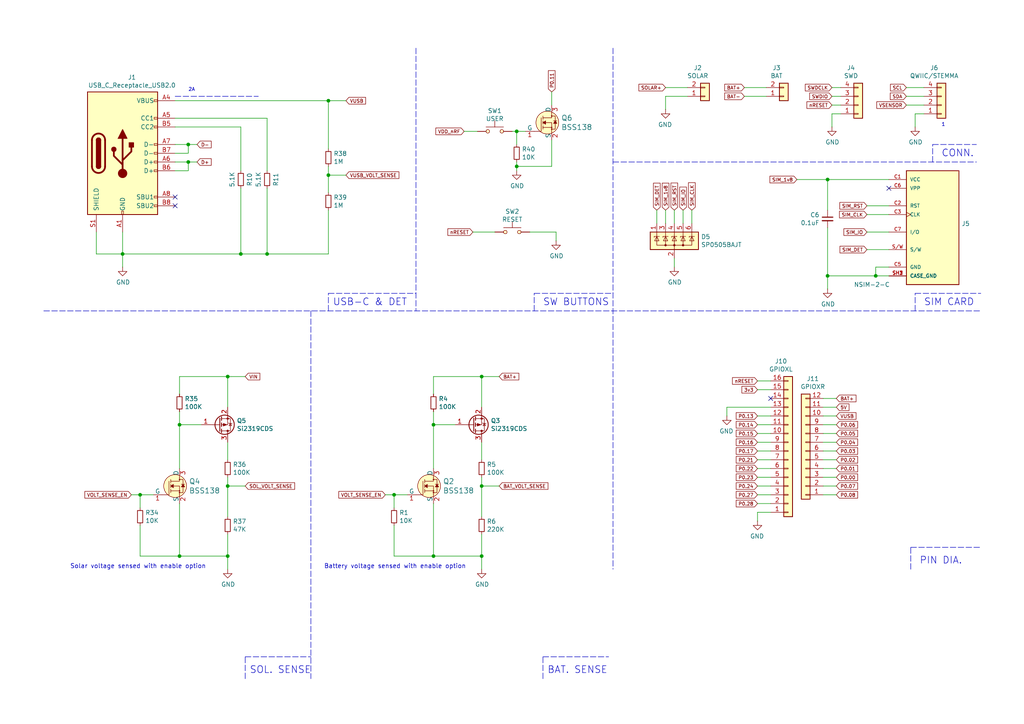
<source format=kicad_sch>
(kicad_sch (version 20250114) (generator "eeschema") (generator_version "9.0")
  (paper "A4")
  (title_block (date "2025-05-08"))
  (lib_symbols
    (symbol "Common:NSIM-2-C" (pin_names (offset 1.016))
      (property "Reference" "J" (at -7.62 16.002 0))
      (property "Value" "Common_NSIM-2-C" (at -7.62 -20.066 0))
      (symbol "NSIM-2-C_0_0"
        (rectangle (start -7.62 -17.78) (end 7.62 15.24) (stroke (width 0.254)) (fill (type background)))
        (pin power_in line (at -12.7 12.7 0) (length 5.08) (name "VCC") (number "C1"))
        (pin power_in line (at -12.7 10.16 0) (length 5.08) (name "VPP") (number "C6"))
        (pin input line (at -12.7 5.08 0) (length 5.08) (name "RST") (number "C2"))
        (pin input clock (at -12.7 2.54 0) (length 5.08) (name "CLK") (number "C3"))
        (pin bidirectional line (at -12.7 -2.54 0) (length 5.08) (name "I/O") (number "C7"))
        (pin passive line (at -12.7 -7.62 0) (length 5.08) (name "S/W") (number "S/W"))
        (pin power_in line (at -12.7 -12.7 0) (length 5.08) (name "GND") (number "C5"))
        (pin power_in line (at -12.7 -15.24 0) (length 5.08) (name "CASE_GND") (number "SH1"))
        (pin power_in line (at -12.7 -15.24 0) (length 5.08) (name "CASE_GND") (number "SH2"))
        (pin power_in line (at -12.7 -15.24 0) (length 5.08) (name "CASE_GND") (number "SH3"))
      )
    )
    (symbol "Common:SW_Push" (pin_numbers (hide yes)) (pin_names (offset 1.016) (hide yes))
      (property "Reference" "SW" (at 1.27 2.54 0))
      (property "Value" "Common_SW_Push" (at 0 -1.524 0))
      (symbol "SW_Push_0_1"
        (circle (center -2.032 0) (radius 0.508) (fill (type background)))
        (polyline (pts (xy 0 1.27) (xy 0 3.048)))
        (circle (center 2.032 0) (radius 0.508) (fill (type background)))
        (polyline (pts (xy 2.54 1.27) (xy -2.54 1.27)))
        (pin passive line (at -5.08 0 0) (length 2.54) (name "1") (number "1"))
        (pin passive line (at -5.08 0 0) (length 2.54) (name "2") (number "2"))
        (pin passive line (at 5.08 0 180) (length 2.54) (name "3") (number "3"))
        (pin passive line (at 5.08 0 180) (length 2.54) (name "4") (number "4"))
      )
    )
    (symbol "Connector:USB_C_Receptacle_USB2.0" (pin_names (offset 1.016))
      (property "Reference" "J" (at -10.16 19.05 0))
      (property "Value" "Connector_USB_C_Receptacle_USB2.0" (at 19.05 19.05 0))
      (symbol "USB_C_Receptacle_USB2.0_0_0"
        (rectangle (start -0.254 -17.78) (end 0.254 -16.764))
        (rectangle (start 10.16 15.494) (end 9.144 14.986))
        (rectangle (start 10.16 10.414) (end 9.144 9.906))
        (rectangle (start 10.16 7.874) (end 9.144 7.366))
        (rectangle (start 10.16 2.794) (end 9.144 2.286))
        (rectangle (start 10.16 0.254) (end 9.144 -0.254))
        (rectangle (start 10.16 -2.286) (end 9.144 -2.794))
        (rectangle (start 10.16 -4.826) (end 9.144 -5.334))
        (rectangle (start 10.16 -12.446) (end 9.144 -12.954))
        (rectangle (start 10.16 -14.986) (end 9.144 -15.494))
      )
      (symbol "USB_C_Receptacle_USB2.0_0_1"
        (rectangle (start -10.16 17.78) (end 10.16 -17.78) (stroke (width 0.254)) (fill (type background)))
        (polyline (pts (xy -8.89 -3.81) (xy -8.89 3.81)) (stroke (width 0.508)))
        (rectangle (start -7.62 -3.81) (end -6.35 3.81) (stroke (width 0.254)) (fill (type outline)))
        (arc (start -8.89 3.81) (mid -6.985 5.715) (end -5.08 3.81) (stroke (width 0.508)))
        (arc (start -7.62 3.81) (mid -6.985 4.445) (end -6.35 3.81) (stroke (width 0.254)))
        (arc (start -7.62 3.81) (mid -6.985 4.445) (end -6.35 3.81) (stroke (width 0.254)) (fill (type outline)))
        (arc (start -6.35 -3.81) (mid -6.985 -4.445) (end -7.62 -3.81) (stroke (width 0.254)))
        (arc (start -6.35 -3.81) (mid -6.985 -4.445) (end -7.62 -3.81) (stroke (width 0.254)) (fill (type outline)))
        (arc (start -5.08 -3.81) (mid -6.985 -5.715) (end -8.89 -3.81) (stroke (width 0.508)))
        (polyline (pts (xy -5.08 3.81) (xy -5.08 -3.81)) (stroke (width 0.508)))
        (circle (center -2.54 1.143) (radius 0.635) (stroke (width 0.254)) (fill (type outline)))
        (polyline (pts (xy -1.27 4.318) (xy 0 6.858) (xy 1.27 4.318) (xy -1.27 4.318)) (stroke (width 0.254)) (fill (type outline)))
        (polyline (pts (xy 0 -2.032) (xy 2.54 0.508) (xy 2.54 1.778)) (stroke (width 0.508)))
        (polyline (pts (xy 0 -3.302) (xy -2.54 -0.762) (xy -2.54 0.508)) (stroke (width 0.508)))
        (polyline (pts (xy 0 -5.842) (xy 0 4.318)) (stroke (width 0.508)))
        (circle (center 0 -5.842) (radius 1.27) (fill (type outline)))
        (rectangle (start 1.905 1.778) (end 3.175 3.048) (stroke (width 0.254)) (fill (type outline)))
      )
      (symbol "USB_C_Receptacle_USB2.0_1_1"
        (pin passive line (at -7.62 -22.86 90) (length 5.08) (name "SHIELD") (number "S1"))
        (pin passive line (at 0 -22.86 90) (length 5.08) (name "GND") (number "A1"))
        (pin passive line (at 0 -22.86 90) (length 5.08) (hide yes) (name "GND") (number "A12"))
        (pin passive line (at 0 -22.86 90) (length 5.08) (hide yes) (name "GND") (number "B1"))
        (pin passive line (at 0 -22.86 90) (length 5.08) (hide yes) (name "GND") (number "B12"))
        (pin passive line (at 15.24 15.24 180) (length 5.08) (name "VBUS") (number "A4"))
        (pin passive line (at 15.24 15.24 180) (length 5.08) (hide yes) (name "VBUS") (number "A9"))
        (pin passive line (at 15.24 15.24 180) (length 5.08) (hide yes) (name "VBUS") (number "B4"))
        (pin passive line (at 15.24 15.24 180) (length 5.08) (hide yes) (name "VBUS") (number "B9"))
        (pin bidirectional line (at 15.24 10.16 180) (length 5.08) (name "CC1") (number "A5"))
        (pin bidirectional line (at 15.24 7.62 180) (length 5.08) (name "CC2") (number "B5"))
        (pin bidirectional line (at 15.24 2.54 180) (length 5.08) (name "D-") (number "A7"))
        (pin bidirectional line (at 15.24 0 180) (length 5.08) (name "D-") (number "B7"))
        (pin bidirectional line (at 15.24 -2.54 180) (length 5.08) (name "D+") (number "A6"))
        (pin bidirectional line (at 15.24 -5.08 180) (length 5.08) (name "D+") (number "B6"))
        (pin bidirectional line (at 15.24 -12.7 180) (length 5.08) (name "SBU1") (number "A8"))
        (pin bidirectional line (at 15.24 -15.24 180) (length 5.08) (name "SBU2") (number "B8"))
      )
    )
    (symbol "Connector_Generic:Conn_01x02" (pin_names (offset 1.016) (hide yes))
      (property "Reference" "J" (at 0 2.54 0))
      (property "Value" "Conn_01x02" (at 0 -5.08 0))
      (symbol "Conn_01x02_1_1"
        (rectangle (start -1.27 1.27) (end 1.27 -3.81) (stroke (width 0.254)) (fill (type background)))
        (rectangle (start -1.27 0.127) (end 0 -0.127) (stroke (width 0.1524)))
        (rectangle (start -1.27 -2.413) (end 0 -2.667) (stroke (width 0.1524)))
        (pin passive line (at -5.08 0 0) (length 3.81) (name "Pin_1") (number "1"))
        (pin passive line (at -5.08 -2.54 0) (length 3.81) (name "Pin_2") (number "2"))
      )
    )
    (symbol "Connector_Generic:Conn_01x04" (pin_names (offset 1.016) (hide yes))
      (property "Reference" "J" (at 0 5.08 0))
      (property "Value" "Conn_01x04" (at 0 -7.62 0))
      (symbol "Conn_01x04_1_1"
        (rectangle (start -1.27 3.81) (end 1.27 -6.35) (stroke (width 0.254)) (fill (type background)))
        (rectangle (start -1.27 2.667) (end 0 2.413) (stroke (width 0.1524)))
        (rectangle (start -1.27 0.127) (end 0 -0.127) (stroke (width 0.1524)))
        (rectangle (start -1.27 -2.413) (end 0 -2.667) (stroke (width 0.1524)))
        (rectangle (start -1.27 -4.953) (end 0 -5.207) (stroke (width 0.1524)))
        (pin passive line (at -5.08 2.54 0) (length 3.81) (name "Pin_1") (number "1"))
        (pin passive line (at -5.08 0 0) (length 3.81) (name "Pin_2") (number "2"))
        (pin passive line (at -5.08 -2.54 0) (length 3.81) (name "Pin_3") (number "3"))
        (pin passive line (at -5.08 -5.08 0) (length 3.81) (name "Pin_4") (number "4"))
      )
    )
    (symbol "Connector_Generic:Conn_01x12" (pin_names (offset 1.016) (hide yes))
      (property "Reference" "J" (at 0 15.24 0))
      (property "Value" "Conn_01x12" (at 0 -17.78 0))
      (symbol "Conn_01x12_1_1"
        (rectangle (start -1.27 13.97) (end 1.27 -16.51) (stroke (width 0.254)) (fill (type background)))
        (rectangle (start -1.27 12.827) (end 0 12.573) (stroke (width 0.1524)))
        (rectangle (start -1.27 10.287) (end 0 10.033) (stroke (width 0.1524)))
        (rectangle (start -1.27 7.747) (end 0 7.493) (stroke (width 0.1524)))
        (rectangle (start -1.27 5.207) (end 0 4.953) (stroke (width 0.1524)))
        (rectangle (start -1.27 2.667) (end 0 2.413) (stroke (width 0.1524)))
        (rectangle (start -1.27 0.127) (end 0 -0.127) (stroke (width 0.1524)))
        (rectangle (start -1.27 -2.413) (end 0 -2.667) (stroke (width 0.1524)))
        (rectangle (start -1.27 -4.953) (end 0 -5.207) (stroke (width 0.1524)))
        (rectangle (start -1.27 -7.493) (end 0 -7.747) (stroke (width 0.1524)))
        (rectangle (start -1.27 -10.033) (end 0 -10.287) (stroke (width 0.1524)))
        (rectangle (start -1.27 -12.573) (end 0 -12.827) (stroke (width 0.1524)))
        (rectangle (start -1.27 -15.113) (end 0 -15.367) (stroke (width 0.1524)))
        (pin passive line (at -5.08 12.7 0) (length 3.81) (name "Pin_1") (number "1"))
        (pin passive line (at -5.08 10.16 0) (length 3.81) (name "Pin_2") (number "2"))
        (pin passive line (at -5.08 7.62 0) (length 3.81) (name "Pin_3") (number "3"))
        (pin passive line (at -5.08 5.08 0) (length 3.81) (name "Pin_4") (number "4"))
        (pin passive line (at -5.08 2.54 0) (length 3.81) (name "Pin_5") (number "5"))
        (pin passive line (at -5.08 0 0) (length 3.81) (name "Pin_6") (number "6"))
        (pin passive line (at -5.08 -2.54 0) (length 3.81) (name "Pin_7") (number "7"))
        (pin passive line (at -5.08 -5.08 0) (length 3.81) (name "Pin_8") (number "8"))
        (pin passive line (at -5.08 -7.62 0) (length 3.81) (name "Pin_9") (number "9"))
        (pin passive line (at -5.08 -10.16 0) (length 3.81) (name "Pin_10") (number "10"))
        (pin passive line (at -5.08 -12.7 0) (length 3.81) (name "Pin_11") (number "11"))
        (pin passive line (at -5.08 -15.24 0) (length 3.81) (name "Pin_12") (number "12"))
      )
    )
    (symbol "Connector_Generic:Conn_01x16" (pin_names (offset 1.016) (hide yes))
      (property "Reference" "J" (at 0 20.32 0))
      (property "Value" "Conn_01x16" (at 0 -22.86 0))
      (symbol "Conn_01x16_1_1"
        (rectangle (start -1.27 19.05) (end 1.27 -21.59) (stroke (width 0.254)) (fill (type background)))
        (rectangle (start -1.27 17.907) (end 0 17.653) (stroke (width 0.1524)))
        (rectangle (start -1.27 15.367) (end 0 15.113) (stroke (width 0.1524)))
        (rectangle (start -1.27 12.827) (end 0 12.573) (stroke (width 0.1524)))
        (rectangle (start -1.27 10.287) (end 0 10.033) (stroke (width 0.1524)))
        (rectangle (start -1.27 7.747) (end 0 7.493) (stroke (width 0.1524)))
        (rectangle (start -1.27 5.207) (end 0 4.953) (stroke (width 0.1524)))
        (rectangle (start -1.27 2.667) (end 0 2.413) (stroke (width 0.1524)))
        (rectangle (start -1.27 0.127) (end 0 -0.127) (stroke (width 0.1524)))
        (rectangle (start -1.27 -2.413) (end 0 -2.667) (stroke (width 0.1524)))
        (rectangle (start -1.27 -4.953) (end 0 -5.207) (stroke (width 0.1524)))
        (rectangle (start -1.27 -7.493) (end 0 -7.747) (stroke (width 0.1524)))
        (rectangle (start -1.27 -10.033) (end 0 -10.287) (stroke (width 0.1524)))
        (rectangle (start -1.27 -12.573) (end 0 -12.827) (stroke (width 0.1524)))
        (rectangle (start -1.27 -15.113) (end 0 -15.367) (stroke (width 0.1524)))
        (rectangle (start -1.27 -17.653) (end 0 -17.907) (stroke (width 0.1524)))
        (rectangle (start -1.27 -20.193) (end 0 -20.447) (stroke (width 0.1524)))
        (pin passive line (at -5.08 17.78 0) (length 3.81) (name "Pin_1") (number "1"))
        (pin passive line (at -5.08 15.24 0) (length 3.81) (name "Pin_2") (number "2"))
        (pin passive line (at -5.08 12.7 0) (length 3.81) (name "Pin_3") (number "3"))
        (pin passive line (at -5.08 10.16 0) (length 3.81) (name "Pin_4") (number "4"))
        (pin passive line (at -5.08 7.62 0) (length 3.81) (name "Pin_5") (number "5"))
        (pin passive line (at -5.08 5.08 0) (length 3.81) (name "Pin_6") (number "6"))
        (pin passive line (at -5.08 2.54 0) (length 3.81) (name "Pin_7") (number "7"))
        (pin passive line (at -5.08 0 0) (length 3.81) (name "Pin_8") (number "8"))
        (pin passive line (at -5.08 -2.54 0) (length 3.81) (name "Pin_9") (number "9"))
        (pin passive line (at -5.08 -5.08 0) (length 3.81) (name "Pin_10") (number "10"))
        (pin passive line (at -5.08 -7.62 0) (length 3.81) (name "Pin_11") (number "11"))
        (pin passive line (at -5.08 -10.16 0) (length 3.81) (name "Pin_12") (number "12"))
        (pin passive line (at -5.08 -12.7 0) (length 3.81) (name "Pin_13") (number "13"))
        (pin passive line (at -5.08 -15.24 0) (length 3.81) (name "Pin_14") (number "14"))
        (pin passive line (at -5.08 -17.78 0) (length 3.81) (name "Pin_15") (number "15"))
        (pin passive line (at -5.08 -20.32 0) (length 3.81) (name "Pin_16") (number "16"))
      )
    )
    (symbol "Device:C_Small" (pin_numbers (hide yes)) (pin_names (offset 0.254) (hide yes))
      (property "Reference" "C" (at 0.254 1.778 0))
      (property "Value" "C_Small" (at 0.254 -2.032 0))
      (symbol "C_Small_0_1"
        (polyline (pts (xy -1.524 0.508) (xy 1.524 0.508)) (stroke (width 0.3048)))
        (polyline (pts (xy -1.524 -0.508) (xy 1.524 -0.508)) (stroke (width 0.3302)))
      )
      (symbol "C_Small_1_1"
        (pin passive line (at 0 2.54 270) (length 2.032) (name "~") (number "1"))
        (pin passive line (at 0 -2.54 90) (length 2.032) (name "~") (number "2"))
      )
    )
    (symbol "Device:R_Small" (pin_numbers (hide yes)) (pin_names (offset 0.254) (hide yes))
      (property "Reference" "R" (at 0.762 0.508 0))
      (property "Value" "R_Small" (at 0.762 -1.016 0))
      (symbol "R_Small_0_1"
        (rectangle (start -0.762 1.778) (end 0.762 -1.778) (stroke (width 0.2032)))
      )
      (symbol "R_Small_1_1"
        (pin passive line (at 0 2.54 270) (length 0.762) (name "~") (number "1"))
        (pin passive line (at 0 -2.54 90) (length 0.762) (name "~") (number "2"))
      )
    )
    (symbol "Power_Protection:SP0505BAJT" (pin_names (hide yes))
      (property "Reference" "D" (at 7.62 2.54 0))
      (property "Value" "SP0505BAJT" (at 7.62 0.635 0))
      (symbol "SP0505BAJT_0_0"
        (pin passive line (at 0 -5.08 90) (length 2.54) (name "A") (number "2"))
      )
      (symbol "SP0505BAJT_0_1"
        (rectangle (start -6.985 2.54) (end 6.985 -2.54) (stroke (width 0.254)) (fill (type background)))
        (polyline (pts (xy -5.842 1.016) (xy -5.842 1.27) (xy -4.445 1.27) (xy -4.318 1.27)))
        (polyline (pts (xy -5.08 2.54) (xy -5.08 1.27)))
        (polyline (pts (xy -5.08 1.27) (xy -5.08 -1.27) (xy -2.54 -1.27)))
        (polyline (pts (xy -5.08 1.27) (xy -4.445 0) (xy -5.715 0) (xy -5.08 1.27)))
        (polyline (pts (xy -3.302 1.016) (xy -3.302 1.27) (xy -1.905 1.27) (xy -1.778 1.27)))
        (polyline (pts (xy -2.54 2.54) (xy -2.54 1.27)))
        (polyline (pts (xy -2.54 1.27) (xy -2.54 -1.27) (xy 2.54 -1.27) (xy 2.54 1.27)))
        (polyline (pts (xy -2.54 1.27) (xy -1.905 0) (xy -3.175 0) (xy -2.54 1.27)))
        (circle (center -2.54 -1.27) (radius 0.254) (fill (type outline)))
        (polyline (pts (xy 0 2.54) (xy 0 1.27)))
        (polyline (pts (xy 0 -1.27) (xy 0 1.27)))
        (polyline (pts (xy 0 -1.27) (xy 0 -2.54)))
        (circle (center 0 -1.27) (radius 0.254) (fill (type outline)))
        (polyline (pts (xy 0.635 1.27) (xy 0.762 1.27)))
        (polyline (pts (xy 0.635 1.27) (xy -0.762 1.27) (xy -0.762 1.016)))
        (polyline (pts (xy 0.635 0) (xy -0.635 0) (xy 0 1.27) (xy 0.635 0)))
        (polyline (pts (xy 1.778 1.016) (xy 1.778 1.27) (xy 3.175 1.27) (xy 3.302 1.27)))
        (polyline (pts (xy 2.54 2.54) (xy 2.54 1.27)))
        (polyline (pts (xy 2.54 1.27) (xy 1.905 0) (xy 3.175 0) (xy 2.54 1.27)))
        (circle (center 2.54 -1.27) (radius 0.254) (fill (type outline)))
        (polyline (pts (xy 4.318 1.016) (xy 4.318 1.27) (xy 5.715 1.27) (xy 5.842 1.27)))
        (polyline (pts (xy 5.08 2.54) (xy 5.08 1.27)))
        (polyline (pts (xy 5.08 1.27) (xy 5.08 -1.27) (xy 2.54 -1.27)))
        (polyline (pts (xy 5.08 1.27) (xy 4.445 0) (xy 5.715 0) (xy 5.08 1.27)))
      )
      (symbol "SP0505BAJT_1_1"
        (pin passive line (at -5.08 5.08 270) (length 2.54) (name "K") (number "1"))
        (pin passive line (at -2.54 5.08 270) (length 2.54) (name "K") (number "3"))
        (pin passive line (at 0 5.08 270) (length 2.54) (name "K") (number "4"))
        (pin passive line (at 2.54 5.08 270) (length 2.54) (name "K") (number "5"))
        (pin passive line (at 5.08 5.08 270) (length 2.54) (name "K") (number "6"))
      )
    )
    (symbol "Transistor_FET:Si2319CDS" (pin_names (hide yes))
      (property "Reference" "Q" (at 5.08 1.905 0))
      (property "Value" "Si2319CDS" (at 5.08 0 0))
      (symbol "Si2319CDS_0_1"
        (polyline (pts (xy 0.254 1.905) (xy 0.254 -1.905)) (stroke (width 0.254)))
        (polyline (pts (xy 0.254 0) (xy -2.54 0)))
        (polyline (pts (xy 0.762 2.286) (xy 0.762 1.27)) (stroke (width 0.254)))
        (polyline (pts (xy 0.762 1.778) (xy 3.302 1.778) (xy 3.302 -1.778) (xy 0.762 -1.778)))
        (polyline (pts (xy 0.762 0.508) (xy 0.762 -0.508)) (stroke (width 0.254)))
        (polyline (pts (xy 0.762 -1.27) (xy 0.762 -2.286)) (stroke (width 0.254)))
        (circle (center 1.651 0) (radius 2.794) (stroke (width 0.254)))
        (polyline (pts (xy 2.286 0) (xy 1.27 0.381) (xy 1.27 -0.381) (xy 2.286 0)) (fill (type outline)))
        (polyline (pts (xy 2.54 2.54) (xy 2.54 1.778)))
        (circle (center 2.54 1.778) (radius 0.254) (fill (type outline)))
        (circle (center 2.54 -1.778) (radius 0.254) (fill (type outline)))
        (polyline (pts (xy 2.54 -2.54) (xy 2.54 0) (xy 0.762 0)))
        (polyline (pts (xy 2.794 -0.508) (xy 2.921 -0.381) (xy 3.683 -0.381) (xy 3.81 -0.254)))
        (polyline (pts (xy 3.302 -0.381) (xy 2.921 0.254) (xy 3.683 0.254) (xy 3.302 -0.381)))
      )
      (symbol "Si2319CDS_1_1"
        (pin input line (at -5.08 0 0) (length 2.54) (name "G") (number "1"))
        (pin passive line (at 2.54 5.08 270) (length 2.54) (name "D") (number "3"))
        (pin passive line (at 2.54 -5.08 90) (length 2.54) (name "S") (number "2"))
      )
    )
    (symbol "dk_Transistors-FETs-MOSFETs-Single:BSS138" (pin_names (offset 0))
      (property "Reference" "Q" (at -2.6924 3.6322 0))
      (property "Value" "dk_Transistors-FETs-MOSFETs-Single_BSS138" (at 3.4544 0 90))
      (symbol "BSS138_0_1"
        (polyline (pts (xy -5.08 -2.54) (xy -3.048 -2.54) (xy -3.048 1.397)))
        (circle (center -1.27 0) (radius 3.302) (fill (type background)))
        (polyline (pts (xy -0.127 -1.905) (xy 1.016 -1.905) (xy 1.016 1.397) (xy 1.016 1.905) (xy -0.127 1.905)))
        (polyline (pts (xy 0 2.54) (xy 0 1.397) (xy -2.54 1.397)))
        (circle (center 0 1.905) (radius 0.127))
        (polyline (pts (xy 0 -1.397) (xy -2.54 -1.397)))
        (circle (center 0 -1.397) (radius 0.127))
        (circle (center 0 -1.905) (radius 0.127))
        (polyline (pts (xy 0 -2.54) (xy 0 0) (xy -2.54 0)))
      )
      (symbol "BSS138_1_1"
        (polyline (pts (xy -2.54 1.905) (xy -2.54 0.889)))
        (polyline (pts (xy -2.54 0) (xy -2.54 0.508)))
        (polyline (pts (xy -2.54 0) (xy -2.54 -0.508)))
        (polyline (pts (xy -2.54 0) (xy -1.778 0.508) (xy -1.778 -0.508) (xy -2.54 0)) (fill (type outline)))
        (polyline (pts (xy -2.54 -1.397) (xy -2.54 -0.889)))
        (polyline (pts (xy -2.54 -1.397) (xy -2.54 -1.905)))
        (polyline (pts (xy 1.016 0.508) (xy 0.508 -0.254) (xy 1.524 -0.254) (xy 1.016 0.508)) (fill (type outline)))
        (polyline (pts (xy 1.524 0.508) (xy 0.508 0.508)))
        (pin bidirectional line (at -7.62 -2.54 0) (length 2.54) (name "G") (number "1"))
        (pin bidirectional line (at 0 5.08 270) (length 2.54) (name "D") (number "3"))
        (pin bidirectional line (at 0 -5.08 90) (length 2.54) (name "S") (number "2"))
      )
    )
    (symbol "power:GND" (power) (pin_numbers (hide yes)) (pin_names (offset 0) (hide yes))
      (property "Value" "GND" (at 0 -3.81 0))
      (symbol "GND_0_1"
        (polyline (pts (xy 0 0) (xy 0 -1.27) (xy 1.27 -1.27) (xy 0 -2.54) (xy -1.27 -1.27) (xy 0 -1.27)))
      )
      (symbol "GND_1_1"
        (pin power_in line (at 0 0 270) (length 0) (name "~") (number "1"))
      )
    )
  )
  (text "BAT. SENSE" (at 158.75 195.58 0) (effects (font (size 2.0066 2.0066)) (justify left bottom)))
  (text "1" (at 273.05 36.83 0) (effects (font (size 0.9906 0.9906)) (justify left bottom)))
  (text "2A" (at 54.61 26.67 0) (effects (font (size 0.9906 0.9906)) (justify left bottom)))
  (text "CONN." (at 273.05 45.72 0) (effects (font (size 2.0066 2.0066)) (justify left bottom)))
  (text "SIM CARD" (at 267.97 88.9 0) (effects (font (size 2.0066 2.0066)) (justify left bottom)))
  (text "PIN DIA." (at 266.7 163.83 0) (effects (font (size 2.0066 2.0066)) (justify left bottom)))
  (text "Solar voltage sensed with enable option" (at 20.32 165.1 0) (effects (font (size 1.27 1.27)) (justify left bottom)))
  (text "USB-C & DET" (at 96.52 88.9 0) (effects (font (size 2.0066 2.0066)) (justify left bottom)))
  (text "SOL. SENSE" (at 72.39 195.58 0) (effects (font (size 2.0066 2.0066)) (justify left bottom)))
  (text "Battery voltage sensed with enable option" (at 93.98 165.1 0) (effects (font (size 1.27 1.27)) (justify left bottom)))
  (text "SW BUTTONS" (at 157.48 88.9 0) (effects (font (size 2.0066 2.0066)) (justify left bottom)))
  (junction (at 66.04 140.97))
  (junction (at 139.7 109.22))
  (junction (at 40.64 143.51))
  (junction (at 54.61 41.91))
  (junction (at 52.07 123.19))
  (junction (at 139.7 161.29))
  (junction (at 114.3 143.51))
  (junction (at 54.61 46.99))
  (junction (at 95.25 50.8))
  (junction (at 66.04 161.29))
  (junction (at 149.86 48.26))
  (junction (at 52.07 161.29))
  (junction (at 240.03 52.07))
  (junction (at 125.73 123.19))
  (junction (at 35.56 73.66))
  (junction (at 254 80.01))
  (junction (at 125.73 161.29))
  (junction (at 77.47 73.66))
  (junction (at 95.25 29.21))
  (junction (at 149.86 38.1))
  (junction (at 69.85 73.66))
  (junction (at 66.04 109.22))
  (junction (at 139.7 140.97))
  (junction (at 240.03 80.01))
  (no_connect (at 50.8 57.15))
  (no_connect (at 257.81 54.61))
  (no_connect (at 223.52 115.57))
  (no_connect (at 50.8 59.69))
  (wire (pts (xy 254 77.47) (xy 254 80.01)))
  (wire (pts (xy 238.76 133.35) (xy 242.57 133.35)))
  (wire (pts (xy 240.03 52.07) (xy 240.03 60.96)))
  (wire (pts (xy 66.04 149.86) (xy 66.04 140.97)))
  (wire (pts (xy 54.61 49.53) (xy 50.8 49.53)))
  (wire (pts (xy 223.52 120.65) (xy 219.71 120.65)))
  (polyline (pts (xy 157.48 190.5) (xy 176.53 190.5)) (stroke (width 0) (type dash)))
  (wire (pts (xy 198.12 64.77) (xy 198.12 60.96)))
  (wire (pts (xy 50.8 46.99) (xy 54.61 46.99)))
  (wire (pts (xy 223.52 143.51) (xy 219.71 143.51)))
  (wire (pts (xy 52.07 123.19) (xy 52.07 135.89)))
  (wire (pts (xy 66.04 133.35) (xy 66.04 128.27)))
  (wire (pts (xy 238.76 135.89) (xy 242.57 135.89)))
  (wire (pts (xy 238.76 143.51) (xy 242.57 143.51)))
  (wire (pts (xy 69.85 54.61) (xy 69.85 73.66)))
  (wire (pts (xy 66.04 140.97) (xy 71.12 140.97)))
  (wire (pts (xy 27.94 73.66) (xy 35.56 73.66)))
  (wire (pts (xy 138.43 38.1) (xy 134.62 38.1)))
  (wire (pts (xy 223.52 128.27) (xy 219.71 128.27)))
  (wire (pts (xy 193.04 64.77) (xy 193.04 60.96)))
  (wire (pts (xy 139.7 149.86) (xy 139.7 140.97)))
  (wire (pts (xy 66.04 109.22) (xy 71.12 109.22)))
  (wire (pts (xy 243.84 25.4) (xy 241.3 25.4)))
  (wire (pts (xy 114.3 161.29) (xy 125.73 161.29)))
  (wire (pts (xy 95.25 73.66) (xy 77.47 73.66)))
  (wire (pts (xy 238.76 128.27) (xy 242.57 128.27)))
  (wire (pts (xy 50.8 41.91) (xy 54.61 41.91)))
  (wire (pts (xy 223.52 130.81) (xy 219.71 130.81)))
  (wire (pts (xy 200.66 64.77) (xy 200.66 60.96)))
  (wire (pts (xy 215.9 27.94) (xy 222.25 27.94)))
  (wire (pts (xy 125.73 114.3) (xy 125.73 109.22)))
  (wire (pts (xy 66.04 109.22) (xy 66.04 118.11)))
  (wire (pts (xy 195.58 74.93) (xy 195.58 77.47)))
  (wire (pts (xy 257.81 67.31) (xy 251.46 67.31)))
  (polyline (pts (xy 177.8 46.99) (xy 283.21 46.99)) (stroke (width 0) (type dash)))
  (wire (pts (xy 40.64 147.32) (xy 40.64 143.51)))
  (wire (pts (xy 54.61 46.99) (xy 54.61 49.53)))
  (wire (pts (xy 77.47 34.29) (xy 77.47 49.53)))
  (wire (pts (xy 240.03 80.01) (xy 254 80.01)))
  (wire (pts (xy 52.07 114.3) (xy 52.07 109.22)))
  (wire (pts (xy 223.52 135.89) (xy 219.71 135.89)))
  (wire (pts (xy 139.7 109.22) (xy 144.78 109.22)))
  (wire (pts (xy 139.7 140.97) (xy 144.78 140.97)))
  (wire (pts (xy 240.03 80.01) (xy 240.03 83.82)))
  (wire (pts (xy 40.64 152.4) (xy 40.64 161.29)))
  (wire (pts (xy 95.25 60.96) (xy 95.25 73.66)))
  (wire (pts (xy 223.52 133.35) (xy 219.71 133.35)))
  (wire (pts (xy 77.47 73.66) (xy 77.47 54.61)))
  (wire (pts (xy 223.52 146.05) (xy 219.71 146.05)))
  (wire (pts (xy 149.86 48.26) (xy 149.86 49.53)))
  (wire (pts (xy 219.71 113.03) (xy 223.52 113.03)))
  (polyline (pts (xy 71.12 196.85) (xy 71.12 190.5)) (stroke (width 0) (type dash)))
  (wire (pts (xy 267.97 27.94) (xy 262.89 27.94)))
  (wire (pts (xy 257.81 62.23) (xy 251.46 62.23)))
  (wire (pts (xy 265.43 33.02) (xy 265.43 36.83)))
  (wire (pts (xy 257.81 52.07) (xy 240.03 52.07)))
  (wire (pts (xy 153.67 67.31) (xy 161.29 67.31)))
  (wire (pts (xy 219.71 148.59) (xy 219.71 151.13)))
  (wire (pts (xy 238.76 130.81) (xy 242.57 130.81)))
  (wire (pts (xy 223.52 138.43) (xy 219.71 138.43)))
  (wire (pts (xy 66.04 154.94) (xy 66.04 161.29)))
  (wire (pts (xy 58.42 123.19) (xy 52.07 123.19)))
  (wire (pts (xy 242.57 138.43) (xy 238.76 138.43)))
  (wire (pts (xy 44.45 143.51) (xy 40.64 143.51)))
  (wire (pts (xy 139.7 161.29) (xy 139.7 165.1)))
  (wire (pts (xy 223.52 125.73) (xy 219.71 125.73)))
  (wire (pts (xy 125.73 146.05) (xy 125.73 161.29)))
  (wire (pts (xy 125.73 119.38) (xy 125.73 123.19)))
  (wire (pts (xy 240.03 52.07) (xy 231.14 52.07)))
  (wire (pts (xy 243.84 27.94) (xy 241.3 27.94)))
  (polyline (pts (xy 265.43 90.17) (xy 265.43 85.09)) (stroke (width 0) (type dash)))
  (polyline (pts (xy 120.65 13.97) (xy 120.65 90.17)) (stroke (width 0) (type dash)))
  (wire (pts (xy 210.82 118.11) (xy 210.82 120.65)))
  (wire (pts (xy 52.07 119.38) (xy 52.07 123.19)))
  (wire (pts (xy 114.3 147.32) (xy 114.3 143.51)))
  (wire (pts (xy 143.51 67.31) (xy 137.16 67.31)))
  (wire (pts (xy 27.94 67.31) (xy 27.94 73.66)))
  (wire (pts (xy 267.97 33.02) (xy 265.43 33.02)))
  (wire (pts (xy 241.3 33.02) (xy 241.3 36.83)))
  (wire (pts (xy 52.07 146.05) (xy 52.07 161.29)))
  (wire (pts (xy 238.76 120.65) (xy 242.57 120.65)))
  (wire (pts (xy 149.86 46.99) (xy 149.86 48.26)))
  (wire (pts (xy 161.29 67.31) (xy 161.29 69.85)))
  (wire (pts (xy 40.64 143.51) (xy 38.1 143.51)))
  (wire (pts (xy 50.8 34.29) (xy 77.47 34.29)))
  (wire (pts (xy 190.5 64.77) (xy 190.5 60.96)))
  (wire (pts (xy 35.56 73.66) (xy 35.56 77.47)))
  (wire (pts (xy 52.07 161.29) (xy 66.04 161.29)))
  (wire (pts (xy 139.7 140.97) (xy 139.7 138.43)))
  (wire (pts (xy 219.71 140.97) (xy 223.52 140.97)))
  (wire (pts (xy 69.85 73.66) (xy 77.47 73.66)))
  (wire (pts (xy 125.73 123.19) (xy 125.73 135.89)))
  (polyline (pts (xy 95.25 90.17) (xy 95.25 85.09)) (stroke (width 0) (type dash)))
  (polyline (pts (xy 12.7 90.17) (xy 284.48 90.17)) (stroke (width 0) (type dash)))
  (polyline (pts (xy 95.25 85.09) (xy 120.65 85.09)) (stroke (width 0) (type dash)))
  (wire (pts (xy 95.25 55.88) (xy 95.25 50.8)))
  (wire (pts (xy 118.11 143.51) (xy 114.3 143.51)))
  (polyline (pts (xy 71.12 190.5) (xy 90.17 190.5)) (stroke (width 0) (type dash)))
  (wire (pts (xy 54.61 46.99) (xy 57.15 46.99)))
  (wire (pts (xy 199.39 25.4) (xy 193.04 25.4)))
  (wire (pts (xy 243.84 33.02) (xy 241.3 33.02)))
  (polyline (pts (xy 154.94 85.09) (xy 177.8 85.09)) (stroke (width 0) (type dash)))
  (wire (pts (xy 66.04 140.97) (xy 66.04 138.43)))
  (wire (pts (xy 52.07 109.22) (xy 66.04 109.22)))
  (wire (pts (xy 223.52 123.19) (xy 219.71 123.19)))
  (wire (pts (xy 54.61 41.91) (xy 54.61 44.45)))
  (wire (pts (xy 54.61 44.45) (xy 50.8 44.45)))
  (polyline (pts (xy 264.16 165.1) (xy 264.16 158.75)) (stroke (width 0) (type dash)))
  (wire (pts (xy 139.7 109.22) (xy 139.7 118.11)))
  (wire (pts (xy 66.04 161.29) (xy 66.04 165.1)))
  (wire (pts (xy 149.86 38.1) (xy 148.59 38.1)))
  (wire (pts (xy 125.73 161.29) (xy 139.7 161.29)))
  (wire (pts (xy 160.02 40.64) (xy 160.02 48.26)))
  (wire (pts (xy 193.04 31.75) (xy 193.04 27.94)))
  (wire (pts (xy 50.8 29.21) (xy 95.25 29.21)))
  (polyline (pts (xy 270.51 46.99) (xy 270.51 41.91)) (stroke (width 0) (type dash)))
  (wire (pts (xy 114.3 152.4) (xy 114.3 161.29)))
  (wire (pts (xy 114.3 143.51) (xy 111.76 143.51)))
  (wire (pts (xy 35.56 73.66) (xy 35.56 67.31)))
  (wire (pts (xy 240.03 66.04) (xy 240.03 80.01)))
  (polyline (pts (xy 264.16 158.75) (xy 284.48 158.75)) (stroke (width 0) (type dash)))
  (wire (pts (xy 267.97 25.4) (xy 262.89 25.4)))
  (wire (pts (xy 160.02 30.48) (xy 160.02 26.67)))
  (wire (pts (xy 238.76 118.11) (xy 242.57 118.11)))
  (wire (pts (xy 238.76 115.57) (xy 242.57 115.57)))
  (wire (pts (xy 160.02 48.26) (xy 149.86 48.26)))
  (wire (pts (xy 222.25 25.4) (xy 215.9 25.4)))
  (wire (pts (xy 223.52 148.59) (xy 219.71 148.59)))
  (wire (pts (xy 238.76 125.73) (xy 242.57 125.73)))
  (wire (pts (xy 95.25 50.8) (xy 100.33 50.8)))
  (wire (pts (xy 95.25 29.21) (xy 100.33 29.21)))
  (wire (pts (xy 257.81 77.47) (xy 254 77.47)))
  (wire (pts (xy 238.76 123.19) (xy 242.57 123.19)))
  (wire (pts (xy 195.58 64.77) (xy 195.58 60.96)))
  (wire (pts (xy 50.8 36.83) (xy 69.85 36.83)))
  (wire (pts (xy 257.81 72.39) (xy 251.46 72.39)))
  (wire (pts (xy 199.39 27.94) (xy 193.04 27.94)))
  (wire (pts (xy 69.85 73.66) (xy 35.56 73.66)))
  (wire (pts (xy 257.81 59.69) (xy 251.46 59.69)))
  (wire (pts (xy 152.4 38.1) (xy 149.86 38.1)))
  (wire (pts (xy 125.73 109.22) (xy 139.7 109.22)))
  (wire (pts (xy 219.71 110.49) (xy 223.52 110.49)))
  (wire (pts (xy 40.64 161.29) (xy 52.07 161.29)))
  (wire (pts (xy 139.7 154.94) (xy 139.7 161.29)))
  (polyline (pts (xy 154.94 90.17) (xy 154.94 85.09)) (stroke (width 0) (type dash)))
  (wire (pts (xy 243.84 30.48) (xy 241.3 30.48)))
  (wire (pts (xy 254 80.01) (xy 257.81 80.01)))
  (wire (pts (xy 139.7 133.35) (xy 139.7 128.27)))
  (polyline (pts (xy 157.48 196.85) (xy 157.48 190.5)) (stroke (width 0) (type dash)))
  (polyline (pts (xy 265.43 85.09) (xy 284.48 85.09)) (stroke (width 0) (type dash)))
  (polyline (pts (xy 270.51 41.91) (xy 283.21 41.91)) (stroke (width 0) (type dash)))
  (wire (pts (xy 267.97 30.48) (xy 262.89 30.48)))
  (polyline (pts (xy 50.8 27.94) (xy 74.93 27.94)) (stroke (width 0) (type dash)))
  (wire (pts (xy 69.85 36.83) (xy 69.85 49.53)))
  (polyline (pts (xy 177.8 13.97) (xy 177.8 165.1)) (stroke (width 0) (type dash)))
  (wire (pts (xy 149.86 38.1) (xy 149.86 41.91)))
  (wire (pts (xy 95.25 43.18) (xy 95.25 29.21)))
  (wire (pts (xy 54.61 41.91) (xy 57.15 41.91)))
  (polyline (pts (xy 90.17 90.17) (xy 90.17 196.85)) (stroke (width 0) (type dash)))
  (wire (pts (xy 210.82 118.11) (xy 223.52 118.11)))
  (wire (pts (xy 95.25 50.8) (xy 95.25 48.26)))
  (wire (pts (xy 132.08 123.19) (xy 125.73 123.19)))
  (wire (pts (xy 238.76 140.97) (xy 242.57 140.97)))
  (global_label "SWDCLK" (shape input) (at 241.3 25.4 180) (effects (font (size 0.9906 0.9906))) (property "Intersheetrefs" "${INTERSHEET_REFS}" (effects (hide yes))))
  (global_label "SWDIO" (shape input) (at 241.3 27.94 180) (effects (font (size 0.9906 0.9906))) (property "Intersheetrefs" "${INTERSHEET_REFS}" (effects (hide yes))))
  (global_label "BAT+" (shape input) (at 215.9 25.4 180) (effects (font (size 0.9906 0.9906))) (property "Intersheetrefs" "${INTERSHEET_REFS}" (effects (hide yes))))
  (global_label "SIM_1v8" (shape input) (at 193.04 60.96 90) (effects (font (size 0.9906 0.9906))) (property "Intersheetrefs" "${INTERSHEET_REFS}" (effects (hide yes))))
  (global_label "VDD_nRF" (shape input) (at 134.62 38.1 180) (effects (font (size 0.9906 0.9906))) (property "Intersheetrefs" "${INTERSHEET_REFS}" (effects (hide yes))))
  (global_label "P0.07" (shape input) (at 242.57 140.97 0) (effects (font (size 0.9906 0.9906))) (property "Intersheetrefs" "${INTERSHEET_REFS}" (effects (hide yes))))
  (global_label "VOLT_SENSE_EN" (shape input) (at 38.1 143.51 180) (effects (font (size 0.9906 0.9906))) (property "Intersheetrefs" "${INTERSHEET_REFS}" (effects (hide yes))))
  (global_label "P0.23" (shape input) (at 219.71 138.43 180) (effects (font (size 0.9906 0.9906))) (property "Intersheetrefs" "${INTERSHEET_REFS}" (effects (hide yes))))
  (global_label "P0.15" (shape input) (at 219.71 125.73 180) (effects (font (size 0.9906 0.9906))) (property "Intersheetrefs" "${INTERSHEET_REFS}" (effects (hide yes))))
  (global_label "VSENSOR" (shape input) (at 262.89 30.48 180) (effects (font (size 0.9906 0.9906))) (property "Intersheetrefs" "${INTERSHEET_REFS}" (effects (hide yes))))
  (global_label "5V" (shape input) (at 242.57 118.11 0) (effects (font (size 0.9906 0.9906))) (property "Intersheetrefs" "${INTERSHEET_REFS}" (effects (hide yes))))
  (global_label "SIM_CLK" (shape input) (at 251.46 62.23 180) (effects (font (size 0.9906 0.9906))) (property "Intersheetrefs" "${INTERSHEET_REFS}" (effects (hide yes))))
  (global_label "SIM_CLK" (shape input) (at 200.66 60.96 90) (effects (font (size 0.9906 0.9906))) (property "Intersheetrefs" "${INTERSHEET_REFS}" (effects (hide yes))))
  (global_label "SOLAR+" (shape input) (at 193.04 25.4 180) (effects (font (size 0.9906 0.9906))) (property "Intersheetrefs" "${INTERSHEET_REFS}" (effects (hide yes))))
  (global_label "BAT+" (shape input) (at 242.57 115.57 0) (effects (font (size 0.9906 0.9906))) (property "Intersheetrefs" "${INTERSHEET_REFS}" (effects (hide yes))))
  (global_label "P0.14" (shape input) (at 219.71 123.19 180) (effects (font (size 0.9906 0.9906))) (property "Intersheetrefs" "${INTERSHEET_REFS}" (effects (hide yes))))
  (global_label "D+" (shape input) (at 57.15 46.99 0) (effects (font (size 0.9906 0.9906))) (property "Intersheetrefs" "${INTERSHEET_REFS}" (effects (hide yes))))
  (global_label "VOLT_SENSE_EN" (shape input) (at 111.76 143.51 180) (effects (font (size 0.9906 0.9906))) (property "Intersheetrefs" "${INTERSHEET_REFS}" (effects (hide yes))))
  (global_label "BAT_VOLT_SENSE" (shape input) (at 144.78 140.97 0) (effects (font (size 0.9906 0.9906))) (property "Intersheetrefs" "${INTERSHEET_REFS}" (effects (hide yes))))
  (global_label "VIN" (shape input) (at 71.12 109.22 0) (effects (font (size 0.9906 0.9906))) (property "Intersheetrefs" "${INTERSHEET_REFS}" (effects (hide yes))))
  (global_label "P0.13" (shape input) (at 219.71 120.65 180) (effects (font (size 0.9906 0.9906))) (property "Intersheetrefs" "${INTERSHEET_REFS}" (effects (hide yes))))
  (global_label "P0.02" (shape input) (at 242.57 133.35 0) (effects (font (size 0.9906 0.9906))) (property "Intersheetrefs" "${INTERSHEET_REFS}" (effects (hide yes))))
  (global_label "SDA" (shape input) (at 262.89 27.94 180) (effects (font (size 0.9906 0.9906))) (property "Intersheetrefs" "${INTERSHEET_REFS}" (effects (hide yes))))
  (global_label "P0.03" (shape input) (at 242.57 130.81 0) (effects (font (size 0.9906 0.9906))) (property "Intersheetrefs" "${INTERSHEET_REFS}" (effects (hide yes))))
  (global_label "P0.06" (shape input) (at 242.57 123.19 0) (effects (font (size 0.9906 0.9906))) (property "Intersheetrefs" "${INTERSHEET_REFS}" (effects (hide yes))))
  (global_label "VUSB" (shape input) (at 242.57 120.65 0) (effects (font (size 0.9906 0.9906))) (property "Intersheetrefs" "${INTERSHEET_REFS}" (effects (hide yes))))
  (global_label "P0.05" (shape input) (at 242.57 125.73 0) (effects (font (size 0.9906 0.9906))) (property "Intersheetrefs" "${INTERSHEET_REFS}" (effects (hide yes))))
  (global_label "P0.08" (shape input) (at 242.57 143.51 0) (effects (font (size 0.9906 0.9906))) (property "Intersheetrefs" "${INTERSHEET_REFS}" (effects (hide yes))))
  (global_label "P0.16" (shape input) (at 219.71 128.27 180) (effects (font (size 0.9906 0.9906))) (property "Intersheetrefs" "${INTERSHEET_REFS}" (effects (hide yes))))
  (global_label "3v3" (shape input) (at 219.71 113.03 180) (effects (font (size 0.9906 0.9906))) (property "Intersheetrefs" "${INTERSHEET_REFS}" (effects (hide yes))))
  (global_label "BAT+" (shape input) (at 144.78 109.22 0) (effects (font (size 0.9906 0.9906))) (property "Intersheetrefs" "${INTERSHEET_REFS}" (effects (hide yes))))
  (global_label "P0.01" (shape input) (at 242.57 135.89 0) (effects (font (size 0.9906 0.9906))) (property "Intersheetrefs" "${INTERSHEET_REFS}" (effects (hide yes))))
  (global_label "SIM_IO" (shape input) (at 198.12 60.96 90) (effects (font (size 0.9906 0.9906))) (property "Intersheetrefs" "${INTERSHEET_REFS}" (effects (hide yes))))
  (global_label "P0.04" (shape input) (at 242.57 128.27 0) (effects (font (size 0.9906 0.9906))) (property "Intersheetrefs" "${INTERSHEET_REFS}" (effects (hide yes))))
  (global_label "SOL_VOLT_SENSE" (shape input) (at 71.12 140.97 0) (effects (font (size 0.9906 0.9906))) (property "Intersheetrefs" "${INTERSHEET_REFS}" (effects (hide yes))))
  (global_label "nRESET" (shape input) (at 137.16 67.31 180) (effects (font (size 0.9906 0.9906))) (property "Intersheetrefs" "${INTERSHEET_REFS}" (effects (hide yes))))
  (global_label "SIM_RST" (shape input) (at 251.46 59.69 180) (effects (font (size 0.9906 0.9906))) (property "Intersheetrefs" "${INTERSHEET_REFS}" (effects (hide yes))))
  (global_label "SIM_DET" (shape input) (at 190.5 60.96 90) (effects (font (size 0.9906 0.9906))) (property "Intersheetrefs" "${INTERSHEET_REFS}" (effects (hide yes))))
  (global_label "P0.11" (shape input) (at 160.02 26.67 90) (effects (font (size 0.9906 0.9906))) (property "Intersheetrefs" "${INTERSHEET_REFS}" (effects (hide yes))))
  (global_label "P0.17" (shape input) (at 219.71 130.81 180) (effects (font (size 0.9906 0.9906))) (property "Intersheetrefs" "${INTERSHEET_REFS}" (effects (hide yes))))
  (global_label "P0.27" (shape input) (at 219.71 143.51 180) (effects (font (size 0.9906 0.9906))) (property "Intersheetrefs" "${INTERSHEET_REFS}" (effects (hide yes))))
  (global_label "SIM_IO" (shape input) (at 251.46 67.31 180) (effects (font (size 0.9906 0.9906))) (property "Intersheetrefs" "${INTERSHEET_REFS}" (effects (hide yes))))
  (global_label "P0.24" (shape input) (at 219.71 140.97 180) (effects (font (size 0.9906 0.9906))) (property "Intersheetrefs" "${INTERSHEET_REFS}" (effects (hide yes))))
  (global_label "P0.21" (shape input) (at 219.71 133.35 180) (effects (font (size 0.9906 0.9906))) (property "Intersheetrefs" "${INTERSHEET_REFS}" (effects (hide yes))))
  (global_label "P0.28" (shape input) (at 219.71 146.05 180) (effects (font (size 0.9906 0.9906))) (property "Intersheetrefs" "${INTERSHEET_REFS}" (effects (hide yes))))
  (global_label "SIM_1v8" (shape input) (at 231.14 52.07 180) (effects (font (size 0.9906 0.9906))) (property "Intersheetrefs" "${INTERSHEET_REFS}" (effects (hide yes))))
  (global_label "VUSB_VOLT_SENSE" (shape input) (at 100.33 50.8 0) (effects (font (size 0.9906 0.9906))) (property "Intersheetrefs" "${INTERSHEET_REFS}" (effects (hide yes))))
  (global_label "D-" (shape input) (at 57.15 41.91 0) (effects (font (size 0.9906 0.9906))) (property "Intersheetrefs" "${INTERSHEET_REFS}" (effects (hide yes))))
  (global_label "BAT-" (shape input) (at 215.9 27.94 180) (effects (font (size 0.9906 0.9906))) (property "Intersheetrefs" "${INTERSHEET_REFS}" (effects (hide yes))))
  (global_label "SCL" (shape input) (at 262.89 25.4 180) (effects (font (size 0.9906 0.9906))) (property "Intersheetrefs" "${INTERSHEET_REFS}" (effects (hide yes))))
  (global_label "nRESET" (shape input) (at 219.71 110.49 180) (effects (font (size 0.9906 0.9906))) (property "Intersheetrefs" "${INTERSHEET_REFS}" (effects (hide yes))))
  (global_label "P0.00" (shape input) (at 242.57 138.43 0) (effects (font (size 0.9906 0.9906))) (property "Intersheetrefs" "${INTERSHEET_REFS}" (effects (hide yes))))
  (global_label "P0.22" (shape input) (at 219.71 135.89 180) (effects (font (size 0.9906 0.9906))) (property "Intersheetrefs" "${INTERSHEET_REFS}" (effects (hide yes))))
  (global_label "VUSB" (shape input) (at 100.33 29.21 0) (effects (font (size 0.9906 0.9906))) (property "Intersheetrefs" "${INTERSHEET_REFS}" (effects (hide yes))))
  (global_label "SIM_RST" (shape input) (at 195.58 60.96 90) (effects (font (size 0.9906 0.9906))) (property "Intersheetrefs" "${INTERSHEET_REFS}" (effects (hide yes))))
  (global_label "nRESET" (shape input) (at 241.3 30.48 180) (effects (font (size 0.9906 0.9906))) (property "Intersheetrefs" "${INTERSHEET_REFS}" (effects (hide yes))))
  (global_label "SIM_DET" (shape input) (at 251.46 72.39 180) (effects (font (size 0.9906 0.9906))) (property "Intersheetrefs" "${INTERSHEET_REFS}" (effects (hide yes))))
  (symbol (lib_id "Connector:USB_C_Receptacle_USB2.0") (at 35.56 44.45 0) (unit 1)
    (property "Reference" "J1" (at 38.2778 22.4282 0))
    (property "Value" "USB_C_Receptacle_USB2.0" (at 38.2778 24.7396 0))
    (property "Footprint" "Common:USB_TYPE-C-31-M-12_ExtraPad" (effects (hide yes)))
    (property "Datasheet" "https://www.usb.org/sites/default/files/documents/usb_type-c.zip" (effects (hide yes)))
  )
  (symbol (lib_id "power:GND") (at 35.56 77.47 0) (unit 1)
    (property "Reference" "#PWR0101" (effects (hide yes)))
    (property "Value" "GND" (at 35.687 81.8642 0))
  )
  (symbol (lib_id "Connector_Generic:Conn_01x04") (at 273.05 30.48 0) (mirror x) (unit 1)
    (property "Reference" "J6" (at 270.9672 19.685 0))
    (property "Value" "QWIIC/STEMMA" (at 270.9672 21.9964 0))
    (property "Footprint" "Common:JST_SH_SM04B-SRSS-TB_1x04-1MP_P1.00mm_Horizontal" (effects (hide yes)))
  )
  (symbol (lib_id "Connector_Generic:Conn_01x02") (at 227.33 27.94 0) (mirror x) (unit 1)
    (property "Reference" "J3" (at 225.2472 19.685 0))
    (property "Value" "BAT" (at 225.2472 21.9964 0))
    (property "Footprint" "Connector_JST:JST_PH_B2B-PH-SM4-TB_1x02-1MP_P2.00mm_Vertical" (effects (hide yes)))
  )
  (symbol (lib_id "Device:R_Small") (at 69.85 52.07 0) (unit 1)
    (property "Reference" "R10" (at 72.39 52.07 90))
    (property "Value" "5.1K" (at 67.31 52.07 90))
    (property "Footprint" "Resistor_SMD:R_0402_1005Metric" (effects (hide yes)))
  )
  (symbol (lib_id "Device:R_Small") (at 77.47 52.07 0) (unit 1)
    (property "Reference" "R11" (at 80.01 52.07 90))
    (property "Value" "5.1K" (at 74.93 52.07 90))
    (property "Footprint" "Resistor_SMD:R_0402_1005Metric" (effects (hide yes)))
  )
  (symbol (lib_id "power:GND") (at 193.04 31.75 0) (mirror y) (unit 1)
    (property "Reference" "#PWR0105" (effects (hide yes)))
    (property "Value" "GND" (at 192.913 36.1442 0))
  )
  (symbol (lib_id "dk_Transistors-FETs-MOSFETs-Single:BSS138") (at 52.07 140.97 0) (unit 1)
    (property "Reference" "Q4" (at 54.8132 139.6238 0) (effects (font (size 1.524 1.524)) (justify left)))
    (property "Value" "BSS138" (at 54.8132 142.3162 0) (effects (font (size 1.524 1.524)) (justify left)))
    (property "Footprint" "Package_TO_SOT_SMD:SOT-23" (effects (hide yes)))
    (property "Datasheet" "https://www.onsemi.com/pub/Collateral/BSS138-D.PDF" (effects (hide yes)))
    (property "Description" "MOSFET N-CH 50V 220MA SOT-23" (effects (hide yes)))
    (property "Digi-Key_PN" "BSS138CT-ND" (effects (hide yes)))
    (property "MPN" "BSS138" (effects (hide yes)))
    (property "Category" "Discrete Semiconductor Products" (effects (hide yes)))
    (property "Family" "Transistors - FETs, MOSFETs - Single" (effects (hide yes)))
    (property "DK_Datasheet_Link" "https://www.onsemi.com/pub/Collateral/BSS138-D.PDF" (effects (hide yes)))
    (property "DK_Detail_Page" "/product-detail/en/on-semiconductor/BSS138/BSS138CT-ND/244294" (effects (hide yes)))
    (property "Manufacturer" "ON Semiconductor" (effects (hide yes)))
    (property "Status" "Active" (effects (hide yes)))
    (instances (project "" (path "" (reference "Q4") (unit 1)) (path "" (reference "Q?") (unit 1))))
  )
  (symbol (lib_id "Transistor_FET:Si2319CDS") (at 63.5 123.19 0) (mirror x) (unit 1)
    (property "Reference" "Q5" (at 68.6816 122.0216 0) (effects (justify left)))
    (property "Value" "Si2319CDS" (at 68.6816 124.333 0) (effects (justify left)))
    (property "Footprint" "Package_TO_SOT_SMD:SOT-23" (effects (hide yes)))
    (property "Datasheet" "http://www.vishay.com/docs/66709/si2319cd.pdf" (effects (hide yes)))
    (instances (project "" (path "" (reference "Q5") (unit 1)) (path "" (reference "Q?") (unit 1))))
  )
  (symbol (lib_id "Device:R_Small") (at 66.04 135.89 0) (unit 1)
    (property "Reference" "R36" (at 67.5386 134.7216 0) (effects (justify left)))
    (property "Value" "100K" (at 67.5386 137.033 0) (effects (justify left)))
    (property "Footprint" "Resistor_SMD:R_0402_1005Metric" (effects (hide yes)))
    (instances (project "" (path "" (reference "R36") (unit 1)) (path "" (reference "R?") (unit 1))))
  )
  (symbol (lib_id "Device:R_Small") (at 66.04 152.4 0) (unit 1)
    (property "Reference" "R37" (at 67.5386 151.2316 0) (effects (justify left)))
    (property "Value" "47K" (at 67.5386 153.543 0) (effects (justify left)))
    (property "Footprint" "Resistor_SMD:R_0402_1005Metric" (effects (hide yes)))
    (instances (project "" (path "" (reference "R37") (unit 1)) (path "" (reference "R?") (unit 1))))
  )
  (symbol (lib_id "power:GND") (at 66.04 165.1 0) (unit 1)
    (property "Reference" "#PWR027" (effects (hide yes)))
    (property "Value" "GND" (at 66.167 169.4942 0))
    (instances (project "" (path "" (reference "#PWR027") (unit 1)) (path "" (reference "#PWR?") (unit 1))))
  )
  (symbol (lib_id "Device:R_Small") (at 52.07 116.84 0) (unit 1)
    (property "Reference" "R35" (at 53.5686 115.6716 0) (effects (justify left)))
    (property "Value" "100K" (at 53.5686 117.983 0) (effects (justify left)))
    (property "Footprint" "Resistor_SMD:R_0402_1005Metric" (effects (hide yes)))
    (instances (project "" (path "" (reference "R35") (unit 1)) (path "" (reference "R?") (unit 1))))
  )
  (symbol (lib_id "Device:R_Small") (at 40.64 149.86 0) (unit 1)
    (property "Reference" "R34" (at 42.1386 148.6916 0) (effects (justify left)))
    (property "Value" "10K" (at 42.1386 151.003 0) (effects (justify left)))
    (property "Footprint" "Resistor_SMD:R_0402_1005Metric" (effects (hide yes)))
    (instances (project "" (path "" (reference "R34") (unit 1)) (path "" (reference "R?") (unit 1))))
  )
  (symbol (lib_id "Device:C_Small") (at 240.03 63.5 0) (mirror y) (unit 1)
    (property "Reference" "C6" (at 237.6932 62.3316 0) (effects (justify left)))
    (property "Value" "0.1uF" (at 237.6932 64.643 0) (effects (justify left)))
    (property "Footprint" "Capacitor_SMD:C_0402_1005Metric" (effects (hide yes)))
  )
  (symbol (lib_id "Device:R_Small") (at 95.25 45.72 0) (unit 1)
    (property "Reference" "R38" (at 96.7486 44.5516 0) (effects (justify left)))
    (property "Value" "1M" (at 96.7486 46.863 0) (effects (justify left)))
    (property "Footprint" "Resistor_SMD:R_0402_1005Metric" (effects (hide yes)))
    (instances (project "" (path "" (reference "R38") (unit 1)) (path "" (reference "R?") (unit 1))))
  )
  (symbol (lib_id "Device:R_Small") (at 95.25 58.42 0) (unit 1)
    (property "Reference" "R39" (at 96.7486 57.2516 0) (effects (justify left)))
    (property "Value" "1M" (at 96.7486 59.563 0) (effects (justify left)))
    (property "Footprint" "Resistor_SMD:R_0402_1005Metric" (effects (hide yes)))
    (instances (project "" (path "" (reference "R39") (unit 1)) (path "" (reference "R?") (unit 1))))
  )
  (symbol (lib_id "power:GND") (at 265.43 36.83 0) (unit 1)
    (property "Reference" "#PWR0106" (effects (hide yes)))
    (property "Value" "GND" (at 265.557 41.2242 0))
  )
  (symbol (lib_id "Common:NSIM-2-C") (at 270.51 64.77 0) (unit 1)
    (property "Reference" "J5" (at 278.892 64.8716 0) (effects (justify left)))
    (property "Value" "NSIM-2-C" (at 247.65 82.55 0) (effects (justify left)))
    (property "Footprint" "Common:NSIM-2-C" (effects (hide yes)))
    (property "Description" "\\n                        \\n                            Nano SIM Card Connectors, 6 Positions, Connector, Hinged, Surface Mount, 1.4 mm Height Above Board, Gold Flash\\n                        \\n" (effects (hide yes)))
    (property "MF" "Same Sky" (effects (hide yes)))
    (property "MAXIMUM_PACKAGE_HEIGHT" "1.6mm" (effects (hide yes)))
    (property "Package" "None" (effects (hide yes)))
    (property "Price" "None" (effects (hide yes)))
    (property "Check_prices" "https://www.snapeda.com/parts/NSIM-2-C/Same+Sky/view-part/?ref=eda" (effects (hide yes)))
    (property "STANDARD" "Manufacturer Recommendations" (effects (hide yes)))
    (property "PARTREV" "1.0" (effects (hide yes)))
    (property "SnapEDA_Link" "https://www.snapeda.com/parts/NSIM-2-C/Same+Sky/view-part/?ref=snap" (effects (hide yes)))
    (property "MP" "NSIM-2-C" (effects (hide yes)))
    (property "Availability" "In Stock" (effects (hide yes)))
    (property "MANUFACTURER" "CUI Devices" (effects (hide yes)))
  )
  (symbol (lib_id "power:GND") (at 240.03 83.82 0) (unit 1)
    (property "Reference" "#PWR0107" (effects (hide yes)))
    (property "Value" "GND" (at 240.157 88.2142 0))
  )
  (symbol (lib_id "Common:SW_Push") (at 148.59 67.31 0) (unit 1)
    (property "Reference" "SW2" (at 148.59 61.341 0))
    (property "Value" "RESET" (at 148.59 63.6524 0))
    (property "Footprint" "Common:SPST_PTS815XX" (effects (hide yes)))
  )
  (symbol (lib_id "power:GND") (at 161.29 69.85 0) (unit 1)
    (property "Reference" "#PWR0103" (effects (hide yes)))
    (property "Value" "GND" (at 161.417 74.2442 0))
  )
  (symbol (lib_id "Common:SW_Push") (at 143.51 38.1 0) (unit 1)
    (property "Reference" "SW1" (at 143.51 32.131 0))
    (property "Value" "USER" (at 143.51 34.4424 0))
    (property "Footprint" "Common:SPST_PTS815XX" (effects (hide yes)))
  )
  (symbol (lib_id "dk_Transistors-FETs-MOSFETs-Single:BSS138") (at 160.02 35.56 0) (unit 1)
    (property "Reference" "Q6" (at 162.7632 34.2138 0) (effects (font (size 1.524 1.524)) (justify left)))
    (property "Value" "BSS138" (at 162.7632 36.9062 0) (effects (font (size 1.524 1.524)) (justify left)))
    (property "Footprint" "Package_TO_SOT_SMD:SOT-23" (effects (hide yes)))
    (property "Datasheet" "https://www.onsemi.com/pub/Collateral/BSS138-D.PDF" (effects (hide yes)))
    (property "Description" "MOSFET N-CH 50V 220MA SOT-23" (effects (hide yes)))
    (property "Digi-Key_PN" "BSS138CT-ND" (effects (hide yes)))
    (property "MPN" "BSS138" (effects (hide yes)))
    (property "Category" "Discrete Semiconductor Products" (effects (hide yes)))
    (property "Family" "Transistors - FETs, MOSFETs - Single" (effects (hide yes)))
    (property "DK_Datasheet_Link" "https://www.onsemi.com/pub/Collateral/BSS138-D.PDF" (effects (hide yes)))
    (property "DK_Detail_Page" "/product-detail/en/on-semiconductor/BSS138/BSS138CT-ND/244294" (effects (hide yes)))
    (property "Manufacturer" "ON Semiconductor" (effects (hide yes)))
    (property "Status" "Active" (effects (hide yes)))
    (instances (project "" (path "" (reference "Q6") (unit 1)) (path "" (reference "Q?") (unit 1))))
  )
  (symbol (lib_id "Device:R_Small") (at 149.86 44.45 0) (unit 1)
    (property "Reference" "R40" (at 151.3586 43.2816 0) (effects (justify left)))
    (property "Value" "10K" (at 151.3586 45.593 0) (effects (justify left)))
    (property "Footprint" "Resistor_SMD:R_0402_1005Metric" (effects (hide yes)))
    (instances (project "" (path "" (reference "R40") (unit 1)) (path "" (reference "R?") (unit 1))))
  )
  (symbol (lib_id "power:GND") (at 149.86 49.53 0) (unit 1)
    (property "Reference" "#PWR0102" (effects (hide yes)))
    (property "Value" "GND" (at 149.987 53.9242 0))
  )
  (symbol (lib_id "dk_Transistors-FETs-MOSFETs-Single:BSS138") (at 125.73 140.97 0) (unit 1)
    (property "Reference" "Q2" (at 128.4732 139.6238 0) (effects (font (size 1.524 1.524)) (justify left)))
    (property "Value" "BSS138" (at 128.4732 142.3162 0) (effects (font (size 1.524 1.524)) (justify left)))
    (property "Footprint" "Package_TO_SOT_SMD:SOT-23" (effects (hide yes)))
    (property "Datasheet" "https://www.onsemi.com/pub/Collateral/BSS138-D.PDF" (effects (hide yes)))
    (property "Description" "MOSFET N-CH 50V 220MA SOT-23" (effects (hide yes)))
    (property "Digi-Key_PN" "BSS138CT-ND" (effects (hide yes)))
    (property "MPN" "BSS138" (effects (hide yes)))
    (property "Category" "Discrete Semiconductor Products" (effects (hide yes)))
    (property "Family" "Transistors - FETs, MOSFETs - Single" (effects (hide yes)))
    (property "DK_Datasheet_Link" "https://www.onsemi.com/pub/Collateral/BSS138-D.PDF" (effects (hide yes)))
    (property "DK_Detail_Page" "/product-detail/en/on-semiconductor/BSS138/BSS138CT-ND/244294" (effects (hide yes)))
    (property "Manufacturer" "ON Semiconductor" (effects (hide yes)))
    (property "Status" "Active" (effects (hide yes)))
    (instances (project "" (path "" (reference "Q2") (unit 1)) (path "" (reference "Q?") (unit 1))))
  )
  (symbol (lib_id "Transistor_FET:Si2319CDS") (at 137.16 123.19 0) (mirror x) (unit 1)
    (property "Reference" "Q3" (at 142.3416 122.0216 0) (effects (justify left)))
    (property "Value" "Si2319CDS" (at 142.3416 124.333 0) (effects (justify left)))
    (property "Footprint" "Package_TO_SOT_SMD:SOT-23" (effects (hide yes)))
    (property "Datasheet" "http://www.vishay.com/docs/66709/si2319cd.pdf" (effects (hide yes)))
    (instances (project "" (path "" (reference "Q3") (unit 1)) (path "" (reference "Q?") (unit 1))))
  )
  (symbol (lib_id "Device:R_Small") (at 139.7 135.89 0) (unit 1)
    (property "Reference" "R5" (at 141.1986 134.7216 0) (effects (justify left)))
    (property "Value" "100K" (at 141.1986 137.033 0) (effects (justify left)))
    (property "Footprint" "Resistor_SMD:R_0402_1005Metric" (effects (hide yes)))
    (instances (project "" (path "" (reference "R5") (unit 1)) (path "" (reference "R?") (unit 1))))
  )
  (symbol (lib_id "Device:R_Small") (at 139.7 152.4 0) (unit 1)
    (property "Reference" "R6" (at 141.1986 151.2316 0) (effects (justify left)))
    (property "Value" "220K" (at 141.1986 153.543 0) (effects (justify left)))
    (property "Footprint" "Resistor_SMD:R_0402_1005Metric" (effects (hide yes)))
    (instances (project "" (path "" (reference "R6") (unit 1)) (path "" (reference "R?") (unit 1))))
  )
  (symbol (lib_id "power:GND") (at 139.7 165.1 0) (unit 1)
    (property "Reference" "#PWR024" (effects (hide yes)))
    (property "Value" "GND" (at 139.827 169.4942 0))
    (instances (project "" (path "" (reference "#PWR024") (unit 1)) (path "" (reference "#PWR?") (unit 1))))
  )
  (symbol (lib_id "Device:R_Small") (at 125.73 116.84 0) (unit 1)
    (property "Reference" "R4" (at 127.2286 115.6716 0) (effects (justify left)))
    (property "Value" "100K" (at 127.2286 117.983 0) (effects (justify left)))
    (property "Footprint" "Resistor_SMD:R_0402_1005Metric" (effects (hide yes)))
    (instances (project "" (path "" (reference "R4") (unit 1)) (path "" (reference "R?") (unit 1))))
  )
  (symbol (lib_id "Device:R_Small") (at 114.3 149.86 0) (unit 1)
    (property "Reference" "R1" (at 115.7986 148.6916 0) (effects (justify left)))
    (property "Value" "10K" (at 115.7986 151.003 0) (effects (justify left)))
    (property "Footprint" "Resistor_SMD:R_0402_1005Metric" (effects (hide yes)))
    (instances (project "" (path "" (reference "R1") (unit 1)) (path "" (reference "R?") (unit 1))))
  )
  (symbol (lib_id "Connector_Generic:Conn_01x16") (at 228.6 130.81 0) (mirror x) (unit 1)
    (property "Reference" "J10" (at 226.5172 104.775 0))
    (property "Value" "GPIOXL" (at 226.5172 107.0864 0))
    (property "Footprint" "Connector_PinHeader_2.54mm:PinHeader_1x16_P2.54mm_Vertical" (effects (hide yes)))
    (instances (project "" (path "" (reference "J10") (unit 1)) (path "" (reference "J?") (unit 1))))
  )
  (symbol (lib_id "Connector_Generic:Conn_01x12") (at 233.68 130.81 180) (unit 1)
    (property "Reference" "J11" (at 235.7628 109.855 0))
    (property "Value" "GPIOXR" (at 235.7628 112.1664 0))
    (property "Footprint" "Connector_PinHeader_2.54mm:PinHeader_1x12_P2.54mm_Vertical" (effects (hide yes)))
    (instances (project "" (path "" (reference "J11") (unit 1)) (path "" (reference "J?") (unit 1))))
  )
  (symbol (lib_id "power:GND") (at 219.71 151.13 0) (mirror y) (unit 1)
    (property "Reference" "#PWR018" (effects (hide yes)))
    (property "Value" "GND" (at 219.583 155.5242 0))
    (instances (project "" (path "" (reference "#PWR018") (unit 1)) (path "" (reference "#PWR?") (unit 1))))
  )
  (symbol (lib_id "power:GND") (at 210.82 120.65 0) (mirror y) (unit 1)
    (property "Reference" "#PWR03" (effects (hide yes)))
    (property "Value" "GND" (at 210.693 125.0442 0))
    (instances (project "" (path "" (reference "#PWR03") (unit 1)) (path "" (reference "#PWR?") (unit 1))))
  )
  (symbol (lib_id "Power_Protection:SP0505BAJT") (at 195.58 69.85 0) (unit 1)
    (property "Reference" "D5" (at 203.327 68.6816 0) (effects (justify left)))
    (property "Value" "SP0505BAJT" (at 203.327 70.993 0) (effects (justify left)))
    (property "Footprint" "Package_TO_SOT_SMD:SOT-363_SC-70-6" (effects (hide yes)))
    (property "Datasheet" "http://www.littelfuse.com/~/media/files/littelfuse/technical%20resources/documents/data%20sheets/sp05xxba.pdf" (effects (hide yes)))
  )
  (symbol (lib_id "power:GND") (at 195.58 77.47 0) (unit 1)
    (property "Reference" "#PWR0108" (effects (hide yes)))
    (property "Value" "GND" (at 195.707 81.8642 0))
  )
  (symbol (lib_id "Connector_Generic:Conn_01x02") (at 204.47 27.94 0) (mirror x) (unit 1)
    (property "Reference" "J2" (at 202.3872 19.685 0))
    (property "Value" "SOLAR" (at 202.3872 21.9964 0))
    (property "Footprint" "Common:JST_PH_B2B-PH-SM4-TB_1x02-1MP_P2.00mm_Vertical" (effects (hide yes)))
  )
  (symbol (lib_id "Connector_Generic:Conn_01x04") (at 248.92 30.48 0) (mirror x) (unit 1)
    (property "Reference" "J4" (at 246.8372 19.685 0))
    (property "Value" "SWD" (at 246.8372 21.9964 0))
    (property "Footprint" "Connector_PinHeader_2.54mm:PinHeader_1x04_P2.54mm_Vertical" (effects (hide yes)))
  )
  (symbol (lib_id "power:GND") (at 241.3 36.83 0) (unit 1)
    (property "Reference" "#PWR0104" (effects (hide yes)))
    (property "Value" "GND" (at 241.427 41.2242 0))
  )
)
</source>
